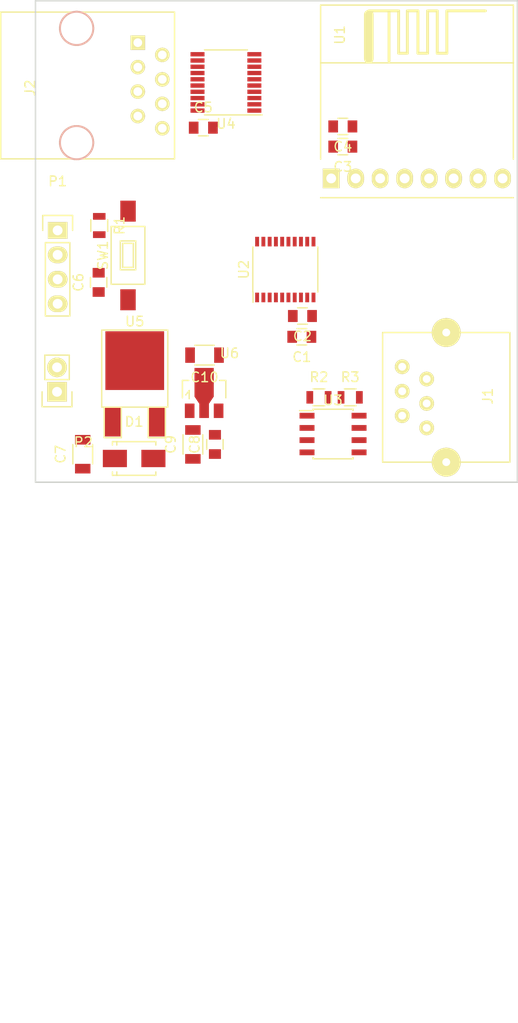
<source format=kicad_pcb>
(kicad_pcb (version 4) (host pcbnew 4.0.2-stable)

  (general
    (links 72)
    (no_connects 72)
    (area 99.924999 49.924999 150.075001 100.075001)
    (thickness 1.6)
    (drawings 4)
    (tracks 0)
    (zones 0)
    (modules 25)
    (nets 29)
  )

  (page A4)
  (layers
    (0 F.Cu signal)
    (31 B.Cu signal)
    (32 B.Adhes user)
    (33 F.Adhes user)
    (34 B.Paste user)
    (35 F.Paste user)
    (36 B.SilkS user)
    (37 F.SilkS user)
    (38 B.Mask user)
    (39 F.Mask user)
    (40 Dwgs.User user)
    (41 Cmts.User user)
    (42 Eco1.User user)
    (43 Eco2.User user)
    (44 Edge.Cuts user)
    (45 Margin user)
    (46 B.CrtYd user)
    (47 F.CrtYd user)
    (48 B.Fab user)
    (49 F.Fab user)
  )

  (setup
    (last_trace_width 0.25)
    (trace_clearance 0.2)
    (zone_clearance 0.508)
    (zone_45_only no)
    (trace_min 0.2)
    (segment_width 0.2)
    (edge_width 0.15)
    (via_size 0.6)
    (via_drill 0.4)
    (via_min_size 0.4)
    (via_min_drill 0.3)
    (uvia_size 0.3)
    (uvia_drill 0.1)
    (uvias_allowed no)
    (uvia_min_size 0.2)
    (uvia_min_drill 0.1)
    (pcb_text_width 0.3)
    (pcb_text_size 1.5 1.5)
    (mod_edge_width 0.15)
    (mod_text_size 1 1)
    (mod_text_width 0.15)
    (pad_size 1.524 1.524)
    (pad_drill 0.762)
    (pad_to_mask_clearance 0)
    (aux_axis_origin 0 0)
    (visible_elements FFFEFF7F)
    (pcbplotparams
      (layerselection 0x00030_80000001)
      (usegerberextensions false)
      (excludeedgelayer true)
      (linewidth 0.100000)
      (plotframeref false)
      (viasonmask false)
      (mode 1)
      (useauxorigin false)
      (hpglpennumber 1)
      (hpglpenspeed 20)
      (hpglpendiameter 15)
      (hpglpenoverlay 2)
      (psnegative false)
      (psa4output false)
      (plotreference true)
      (plotvalue true)
      (plotinvisibletext false)
      (padsonsilk false)
      (subtractmaskfromsilk false)
      (outputformat 1)
      (mirror false)
      (drillshape 1)
      (scaleselection 1)
      (outputdirectory ""))
  )

  (net 0 "")
  (net 1 +3V3)
  (net 2 GND)
  (net 3 "Net-(C2-Pad1)")
  (net 4 +5V)
  (net 5 /NRST)
  (net 6 /VIN)
  (net 7 /485_B)
  (net 8 /485_A)
  (net 9 /PWM1)
  (net 10 /PWM2)
  (net 11 /PWM3)
  (net 12 /PWM4)
  (net 13 /PWM5)
  (net 14 /SWIM)
  (net 15 "Net-(R2-Pad1)")
  (net 16 /RxD)
  (net 17 /PKT)
  (net 18 /CSN)
  (net 19 /SCK)
  (net 20 /MOSI)
  (net 21 /MISO)
  (net 22 /PWM2_1)
  (net 23 /TxD)
  (net 24 /PWM2_3)
  (net 25 /PWM1_3)
  (net 26 /PWM1_4)
  (net 27 /DE)
  (net 28 /PWM2_2)

  (net_class Default "This is the default net class."
    (clearance 0.2)
    (trace_width 0.25)
    (via_dia 0.6)
    (via_drill 0.4)
    (uvia_dia 0.3)
    (uvia_drill 0.1)
    (add_net +3V3)
    (add_net +5V)
    (add_net /485_A)
    (add_net /485_B)
    (add_net /CSN)
    (add_net /DE)
    (add_net /MISO)
    (add_net /MOSI)
    (add_net /NRST)
    (add_net /PKT)
    (add_net /PWM1)
    (add_net /PWM1_3)
    (add_net /PWM1_4)
    (add_net /PWM2)
    (add_net /PWM2_1)
    (add_net /PWM2_2)
    (add_net /PWM2_3)
    (add_net /PWM3)
    (add_net /PWM4)
    (add_net /PWM5)
    (add_net /RxD)
    (add_net /SCK)
    (add_net /SWIM)
    (add_net /TxD)
    (add_net /VIN)
    (add_net GND)
    (add_net "Net-(C2-Pad1)")
    (add_net "Net-(R2-Pad1)")
  )

  (module LT8900_2.54mmPitch_20x20 locked (layer F.Cu) (tedit 56E5437D) (tstamp 56E66076)
    (at 130.683 68.453 90)
    (descr "Through hole pin header")
    (tags "pin header")
    (path /56E5710B)
    (fp_text reference U1 (at 14.9 0.9 270) (layer F.SilkS)
      (effects (font (size 1 1) (thickness 0.15)))
    )
    (fp_text value LT8900 (at -3.3 8.8 180) (layer F.Fab)
      (effects (font (size 1 1) (thickness 0.15)))
    )
    (fp_line (start 17.4 12) (end 17.4 16) (layer F.SilkS) (width 0.3))
    (fp_line (start 13 11) (end 13 12) (layer F.SilkS) (width 0.3))
    (fp_line (start 17.4 10) (end 17.4 11) (layer F.SilkS) (width 0.3))
    (fp_line (start 13 9) (end 13 10) (layer F.SilkS) (width 0.3))
    (fp_line (start 13 7) (end 13 7.9) (layer F.SilkS) (width 0.3))
    (fp_line (start 17.4 7.9) (end 17.4 9) (layer F.SilkS) (width 0.3))
    (fp_line (start 17.4 3.9) (end 17.4 7) (layer F.SilkS) (width 0.3))
    (fp_line (start 12.2 6) (end 17.3 6) (layer F.SilkS) (width 0.3))
    (fp_line (start 12.446 3.9) (end 17 3.9) (layer F.SilkS) (width 1))
    (fp_line (start -2 -1.1) (end -2 18.9) (layer F.SilkS) (width 0.15))
    (fp_line (start 12 18.9) (end 2 18.9) (layer F.SilkS) (width 0.15))
    (fp_line (start 12 -1.1) (end 2 -1.1) (layer F.SilkS) (width 0.15))
    (fp_line (start 18 18.9) (end 18 -1.1) (layer F.SilkS) (width 0.15))
    (fp_line (start 12 18.9) (end 18 18.9) (layer F.SilkS) (width 0.15))
    (fp_line (start 12 -1.1) (end 12 18.9) (layer F.SilkS) (width 0.15))
    (fp_line (start 18 -1.1) (end 12 -1.1) (layer F.SilkS) (width 0.15))
    (fp_line (start -2 -1.1) (end -2 18.9) (layer F.CrtYd) (width 0.05))
    (fp_line (start 18 -1.1) (end 18 18.9) (layer F.CrtYd) (width 0.05))
    (fp_line (start -2 -1.1) (end 18 -1.1) (layer F.CrtYd) (width 0.05))
    (fp_line (start -2 18.9) (end 18 18.9) (layer F.CrtYd) (width 0.05))
    (fp_line (start 13 7) (end 17.4 7) (layer F.SilkS) (width 0.3))
    (fp_line (start 13 7.9) (end 17.4 7.9) (layer F.SilkS) (width 0.3))
    (fp_line (start 13 9) (end 17.4 9) (layer F.SilkS) (width 0.3))
    (fp_line (start 13 10) (end 17.4 10) (layer F.SilkS) (width 0.3))
    (fp_line (start 13 11) (end 17.4 11) (layer F.SilkS) (width 0.3))
    (fp_line (start 13 12) (end 17.4 12) (layer F.SilkS) (width 0.3))
    (pad 1 thru_hole rect (at 0 0 90) (size 2.032 1.7272) (drill 1.016) (layers *.Cu *.Mask F.SilkS)
      (net 2 GND))
    (pad 2 thru_hole oval (at 0 2.54 90) (size 2.032 1.7272) (drill 1.016) (layers *.Cu *.Mask F.SilkS)
      (net 1 +3V3))
    (pad 3 thru_hole oval (at 0 5.08 90) (size 2.032 1.7272) (drill 1.016) (layers *.Cu *.Mask F.SilkS)
      (net 17 /PKT))
    (pad 4 thru_hole oval (at 0 7.62 90) (size 2.032 1.7272) (drill 1.016) (layers *.Cu *.Mask F.SilkS)
      (net 18 /CSN))
    (pad 5 thru_hole oval (at 0 10.16 90) (size 2.032 1.7272) (drill 1.016) (layers *.Cu *.Mask F.SilkS)
      (net 19 /SCK))
    (pad 6 thru_hole oval (at 0 12.7 90) (size 2.032 1.7272) (drill 1.016) (layers *.Cu *.Mask F.SilkS)
      (net 20 /MOSI))
    (pad 7 thru_hole oval (at 0 15.24 90) (size 2.032 1.7272) (drill 1.016) (layers *.Cu *.Mask F.SilkS)
      (net 21 /MISO))
    (pad 8 thru_hole oval (at 0 17.78 90) (size 2.032 1.7272) (drill 1.016) (layers *.Cu *.Mask F.SilkS))
  )

  (module Capacitors_SMD:C_0805 placed (layer F.Cu) (tedit 5415D6EA) (tstamp 56E65F4E)
    (at 127.635 84.8995 180)
    (descr "Capacitor SMD 0805, reflow soldering, AVX (see smccp.pdf)")
    (tags "capacitor 0805")
    (path /56E5806A)
    (attr smd)
    (fp_text reference C1 (at 0 -2.1 180) (layer F.SilkS)
      (effects (font (size 1 1) (thickness 0.15)))
    )
    (fp_text value 100n (at 0 2.1 180) (layer F.Fab)
      (effects (font (size 1 1) (thickness 0.15)))
    )
    (fp_line (start -1.8 -1) (end 1.8 -1) (layer F.CrtYd) (width 0.05))
    (fp_line (start -1.8 1) (end 1.8 1) (layer F.CrtYd) (width 0.05))
    (fp_line (start -1.8 -1) (end -1.8 1) (layer F.CrtYd) (width 0.05))
    (fp_line (start 1.8 -1) (end 1.8 1) (layer F.CrtYd) (width 0.05))
    (fp_line (start 0.5 -0.85) (end -0.5 -0.85) (layer F.SilkS) (width 0.15))
    (fp_line (start -0.5 0.85) (end 0.5 0.85) (layer F.SilkS) (width 0.15))
    (pad 1 smd rect (at -1 0 180) (size 1 1.25) (layers F.Cu F.Paste F.Mask)
      (net 1 +3V3))
    (pad 2 smd rect (at 1 0 180) (size 1 1.25) (layers F.Cu F.Paste F.Mask)
      (net 2 GND))
    (model Capacitors_SMD.3dshapes/C_0805.wrl
      (at (xyz 0 0 0))
      (scale (xyz 1 1 1))
      (rotate (xyz 0 0 0))
    )
  )

  (module Capacitors_SMD:C_0805 placed (layer F.Cu) (tedit 5415D6EA) (tstamp 56E65F5A)
    (at 127.6985 82.7405 180)
    (descr "Capacitor SMD 0805, reflow soldering, AVX (see smccp.pdf)")
    (tags "capacitor 0805")
    (path /56E580A9)
    (attr smd)
    (fp_text reference C2 (at 0 -2.1 180) (layer F.SilkS)
      (effects (font (size 1 1) (thickness 0.15)))
    )
    (fp_text value 1u (at 0 2.1 180) (layer F.Fab)
      (effects (font (size 1 1) (thickness 0.15)))
    )
    (fp_line (start -1.8 -1) (end 1.8 -1) (layer F.CrtYd) (width 0.05))
    (fp_line (start -1.8 1) (end 1.8 1) (layer F.CrtYd) (width 0.05))
    (fp_line (start -1.8 -1) (end -1.8 1) (layer F.CrtYd) (width 0.05))
    (fp_line (start 1.8 -1) (end 1.8 1) (layer F.CrtYd) (width 0.05))
    (fp_line (start 0.5 -0.85) (end -0.5 -0.85) (layer F.SilkS) (width 0.15))
    (fp_line (start -0.5 0.85) (end 0.5 0.85) (layer F.SilkS) (width 0.15))
    (pad 1 smd rect (at -1 0 180) (size 1 1.25) (layers F.Cu F.Paste F.Mask)
      (net 3 "Net-(C2-Pad1)"))
    (pad 2 smd rect (at 1 0 180) (size 1 1.25) (layers F.Cu F.Paste F.Mask)
      (net 2 GND))
    (model Capacitors_SMD.3dshapes/C_0805.wrl
      (at (xyz 0 0 0))
      (scale (xyz 1 1 1))
      (rotate (xyz 0 0 0))
    )
  )

  (module Capacitors_SMD:C_0805 placed (layer F.Cu) (tedit 5415D6EA) (tstamp 56E65F66)
    (at 131.8895 65.151 180)
    (descr "Capacitor SMD 0805, reflow soldering, AVX (see smccp.pdf)")
    (tags "capacitor 0805")
    (path /56E6C012)
    (attr smd)
    (fp_text reference C3 (at 0 -2.1 180) (layer F.SilkS)
      (effects (font (size 1 1) (thickness 0.15)))
    )
    (fp_text value 100n (at 0 2.1 180) (layer F.Fab)
      (effects (font (size 1 1) (thickness 0.15)))
    )
    (fp_line (start -1.8 -1) (end 1.8 -1) (layer F.CrtYd) (width 0.05))
    (fp_line (start -1.8 1) (end 1.8 1) (layer F.CrtYd) (width 0.05))
    (fp_line (start -1.8 -1) (end -1.8 1) (layer F.CrtYd) (width 0.05))
    (fp_line (start 1.8 -1) (end 1.8 1) (layer F.CrtYd) (width 0.05))
    (fp_line (start 0.5 -0.85) (end -0.5 -0.85) (layer F.SilkS) (width 0.15))
    (fp_line (start -0.5 0.85) (end 0.5 0.85) (layer F.SilkS) (width 0.15))
    (pad 1 smd rect (at -1 0 180) (size 1 1.25) (layers F.Cu F.Paste F.Mask)
      (net 1 +3V3))
    (pad 2 smd rect (at 1 0 180) (size 1 1.25) (layers F.Cu F.Paste F.Mask)
      (net 2 GND))
    (model Capacitors_SMD.3dshapes/C_0805.wrl
      (at (xyz 0 0 0))
      (scale (xyz 1 1 1))
      (rotate (xyz 0 0 0))
    )
  )

  (module Capacitors_SMD:C_0805 placed (layer F.Cu) (tedit 5415D6EA) (tstamp 56E65F72)
    (at 131.8895 63.0555 180)
    (descr "Capacitor SMD 0805, reflow soldering, AVX (see smccp.pdf)")
    (tags "capacitor 0805")
    (path /56E6C0DF)
    (attr smd)
    (fp_text reference C4 (at 0 -2.1 180) (layer F.SilkS)
      (effects (font (size 1 1) (thickness 0.15)))
    )
    (fp_text value 1uF (at 0 2.1 180) (layer F.Fab)
      (effects (font (size 1 1) (thickness 0.15)))
    )
    (fp_line (start -1.8 -1) (end 1.8 -1) (layer F.CrtYd) (width 0.05))
    (fp_line (start -1.8 1) (end 1.8 1) (layer F.CrtYd) (width 0.05))
    (fp_line (start -1.8 -1) (end -1.8 1) (layer F.CrtYd) (width 0.05))
    (fp_line (start 1.8 -1) (end 1.8 1) (layer F.CrtYd) (width 0.05))
    (fp_line (start 0.5 -0.85) (end -0.5 -0.85) (layer F.SilkS) (width 0.15))
    (fp_line (start -0.5 0.85) (end 0.5 0.85) (layer F.SilkS) (width 0.15))
    (pad 1 smd rect (at -1 0 180) (size 1 1.25) (layers F.Cu F.Paste F.Mask)
      (net 1 +3V3))
    (pad 2 smd rect (at 1 0 180) (size 1 1.25) (layers F.Cu F.Paste F.Mask)
      (net 2 GND))
    (model Capacitors_SMD.3dshapes/C_0805.wrl
      (at (xyz 0 0 0))
      (scale (xyz 1 1 1))
      (rotate (xyz 0 0 0))
    )
  )

  (module Capacitors_SMD:C_0805 placed (layer F.Cu) (tedit 5415D6EA) (tstamp 56E65F7E)
    (at 117.4115 63.1825)
    (descr "Capacitor SMD 0805, reflow soldering, AVX (see smccp.pdf)")
    (tags "capacitor 0805")
    (path /56E6C14A)
    (attr smd)
    (fp_text reference C5 (at 0 -2.1) (layer F.SilkS)
      (effects (font (size 1 1) (thickness 0.15)))
    )
    (fp_text value 100n (at 0 2.1) (layer F.Fab)
      (effects (font (size 1 1) (thickness 0.15)))
    )
    (fp_line (start -1.8 -1) (end 1.8 -1) (layer F.CrtYd) (width 0.05))
    (fp_line (start -1.8 1) (end 1.8 1) (layer F.CrtYd) (width 0.05))
    (fp_line (start -1.8 -1) (end -1.8 1) (layer F.CrtYd) (width 0.05))
    (fp_line (start 1.8 -1) (end 1.8 1) (layer F.CrtYd) (width 0.05))
    (fp_line (start 0.5 -0.85) (end -0.5 -0.85) (layer F.SilkS) (width 0.15))
    (fp_line (start -0.5 0.85) (end 0.5 0.85) (layer F.SilkS) (width 0.15))
    (pad 1 smd rect (at -1 0) (size 1 1.25) (layers F.Cu F.Paste F.Mask)
      (net 4 +5V))
    (pad 2 smd rect (at 1 0) (size 1 1.25) (layers F.Cu F.Paste F.Mask)
      (net 2 GND))
    (model Capacitors_SMD.3dshapes/C_0805.wrl
      (at (xyz 0 0 0))
      (scale (xyz 1 1 1))
      (rotate (xyz 0 0 0))
    )
  )

  (module Capacitors_SMD:C_0805 placed (layer F.Cu) (tedit 5415D6EA) (tstamp 56E65F8A)
    (at 106.553 79.248 90)
    (descr "Capacitor SMD 0805, reflow soldering, AVX (see smccp.pdf)")
    (tags "capacitor 0805")
    (path /56E57B76)
    (attr smd)
    (fp_text reference C6 (at 0 -2.1 90) (layer F.SilkS)
      (effects (font (size 1 1) (thickness 0.15)))
    )
    (fp_text value 100n (at 0 2.1 90) (layer F.Fab)
      (effects (font (size 1 1) (thickness 0.15)))
    )
    (fp_line (start -1.8 -1) (end 1.8 -1) (layer F.CrtYd) (width 0.05))
    (fp_line (start -1.8 1) (end 1.8 1) (layer F.CrtYd) (width 0.05))
    (fp_line (start -1.8 -1) (end -1.8 1) (layer F.CrtYd) (width 0.05))
    (fp_line (start 1.8 -1) (end 1.8 1) (layer F.CrtYd) (width 0.05))
    (fp_line (start 0.5 -0.85) (end -0.5 -0.85) (layer F.SilkS) (width 0.15))
    (fp_line (start -0.5 0.85) (end 0.5 0.85) (layer F.SilkS) (width 0.15))
    (pad 1 smd rect (at -1 0 90) (size 1 1.25) (layers F.Cu F.Paste F.Mask)
      (net 5 /NRST))
    (pad 2 smd rect (at 1 0 90) (size 1 1.25) (layers F.Cu F.Paste F.Mask)
      (net 2 GND))
    (model Capacitors_SMD.3dshapes/C_0805.wrl
      (at (xyz 0 0 0))
      (scale (xyz 1 1 1))
      (rotate (xyz 0 0 0))
    )
  )

  (module Capacitors_SMD:C_1206 placed (layer F.Cu) (tedit 5415D7BD) (tstamp 56E65F96)
    (at 104.902 97.0915 90)
    (descr "Capacitor SMD 1206, reflow soldering, AVX (see smccp.pdf)")
    (tags "capacitor 1206")
    (path /56E58A37)
    (attr smd)
    (fp_text reference C7 (at 0 -2.3 90) (layer F.SilkS)
      (effects (font (size 1 1) (thickness 0.15)))
    )
    (fp_text value 10uF (at 0 2.3 90) (layer F.Fab)
      (effects (font (size 1 1) (thickness 0.15)))
    )
    (fp_line (start -2.3 -1.15) (end 2.3 -1.15) (layer F.CrtYd) (width 0.05))
    (fp_line (start -2.3 1.15) (end 2.3 1.15) (layer F.CrtYd) (width 0.05))
    (fp_line (start -2.3 -1.15) (end -2.3 1.15) (layer F.CrtYd) (width 0.05))
    (fp_line (start 2.3 -1.15) (end 2.3 1.15) (layer F.CrtYd) (width 0.05))
    (fp_line (start 1 -1.025) (end -1 -1.025) (layer F.SilkS) (width 0.15))
    (fp_line (start -1 1.025) (end 1 1.025) (layer F.SilkS) (width 0.15))
    (pad 1 smd rect (at -1.5 0 90) (size 1 1.6) (layers F.Cu F.Paste F.Mask)
      (net 6 /VIN))
    (pad 2 smd rect (at 1.5 0 90) (size 1 1.6) (layers F.Cu F.Paste F.Mask)
      (net 2 GND))
    (model Capacitors_SMD.3dshapes/C_1206.wrl
      (at (xyz 0 0 0))
      (scale (xyz 1 1 1))
      (rotate (xyz 0 0 0))
    )
  )

  (module Capacitors_SMD:C_0805 placed (layer F.Cu) (tedit 5415D6EA) (tstamp 56E65FA2)
    (at 118.618 96.0755 90)
    (descr "Capacitor SMD 0805, reflow soldering, AVX (see smccp.pdf)")
    (tags "capacitor 0805")
    (path /56E589BF)
    (attr smd)
    (fp_text reference C8 (at 0 -2.1 90) (layer F.SilkS)
      (effects (font (size 1 1) (thickness 0.15)))
    )
    (fp_text value 100nF (at 0 2.1 90) (layer F.Fab)
      (effects (font (size 1 1) (thickness 0.15)))
    )
    (fp_line (start -1.8 -1) (end 1.8 -1) (layer F.CrtYd) (width 0.05))
    (fp_line (start -1.8 1) (end 1.8 1) (layer F.CrtYd) (width 0.05))
    (fp_line (start -1.8 -1) (end -1.8 1) (layer F.CrtYd) (width 0.05))
    (fp_line (start 1.8 -1) (end 1.8 1) (layer F.CrtYd) (width 0.05))
    (fp_line (start 0.5 -0.85) (end -0.5 -0.85) (layer F.SilkS) (width 0.15))
    (fp_line (start -0.5 0.85) (end 0.5 0.85) (layer F.SilkS) (width 0.15))
    (pad 1 smd rect (at -1 0 90) (size 1 1.25) (layers F.Cu F.Paste F.Mask)
      (net 4 +5V))
    (pad 2 smd rect (at 1 0 90) (size 1 1.25) (layers F.Cu F.Paste F.Mask)
      (net 2 GND))
    (model Capacitors_SMD.3dshapes/C_0805.wrl
      (at (xyz 0 0 0))
      (scale (xyz 1 1 1))
      (rotate (xyz 0 0 0))
    )
  )

  (module Capacitors_SMD:C_1206 placed (layer F.Cu) (tedit 5415D7BD) (tstamp 56E65FAE)
    (at 116.332 96.0755 90)
    (descr "Capacitor SMD 1206, reflow soldering, AVX (see smccp.pdf)")
    (tags "capacitor 1206")
    (path /56E58AE0)
    (attr smd)
    (fp_text reference C9 (at 0 -2.3 90) (layer F.SilkS)
      (effects (font (size 1 1) (thickness 0.15)))
    )
    (fp_text value 1uF (at 0 2.3 90) (layer F.Fab)
      (effects (font (size 1 1) (thickness 0.15)))
    )
    (fp_line (start -2.3 -1.15) (end 2.3 -1.15) (layer F.CrtYd) (width 0.05))
    (fp_line (start -2.3 1.15) (end 2.3 1.15) (layer F.CrtYd) (width 0.05))
    (fp_line (start -2.3 -1.15) (end -2.3 1.15) (layer F.CrtYd) (width 0.05))
    (fp_line (start 2.3 -1.15) (end 2.3 1.15) (layer F.CrtYd) (width 0.05))
    (fp_line (start 1 -1.025) (end -1 -1.025) (layer F.SilkS) (width 0.15))
    (fp_line (start -1 1.025) (end 1 1.025) (layer F.SilkS) (width 0.15))
    (pad 1 smd rect (at -1.5 0 90) (size 1 1.6) (layers F.Cu F.Paste F.Mask)
      (net 4 +5V))
    (pad 2 smd rect (at 1.5 0 90) (size 1 1.6) (layers F.Cu F.Paste F.Mask)
      (net 2 GND))
    (model Capacitors_SMD.3dshapes/C_1206.wrl
      (at (xyz 0 0 0))
      (scale (xyz 1 1 1))
      (rotate (xyz 0 0 0))
    )
  )

  (module Capacitors_SMD:C_1206 placed (layer F.Cu) (tedit 5415D7BD) (tstamp 56E65FBA)
    (at 117.5385 86.8045 180)
    (descr "Capacitor SMD 1206, reflow soldering, AVX (see smccp.pdf)")
    (tags "capacitor 1206")
    (path /56E58B35)
    (attr smd)
    (fp_text reference C10 (at 0 -2.3 180) (layer F.SilkS)
      (effects (font (size 1 1) (thickness 0.15)))
    )
    (fp_text value 10uF (at 0 2.3 180) (layer F.Fab)
      (effects (font (size 1 1) (thickness 0.15)))
    )
    (fp_line (start -2.3 -1.15) (end 2.3 -1.15) (layer F.CrtYd) (width 0.05))
    (fp_line (start -2.3 1.15) (end 2.3 1.15) (layer F.CrtYd) (width 0.05))
    (fp_line (start -2.3 -1.15) (end -2.3 1.15) (layer F.CrtYd) (width 0.05))
    (fp_line (start 2.3 -1.15) (end 2.3 1.15) (layer F.CrtYd) (width 0.05))
    (fp_line (start 1 -1.025) (end -1 -1.025) (layer F.SilkS) (width 0.15))
    (fp_line (start -1 1.025) (end 1 1.025) (layer F.SilkS) (width 0.15))
    (pad 1 smd rect (at -1.5 0 180) (size 1 1.6) (layers F.Cu F.Paste F.Mask)
      (net 1 +3V3))
    (pad 2 smd rect (at 1.5 0 180) (size 1 1.6) (layers F.Cu F.Paste F.Mask)
      (net 2 GND))
    (model Capacitors_SMD.3dshapes/C_1206.wrl
      (at (xyz 0 0 0))
      (scale (xyz 1 1 1))
      (rotate (xyz 0 0 0))
    )
  )

  (module Diodes_SMD:SMA_Standard placed (layer F.Cu) (tedit 56E66303) (tstamp 56E65FCF)
    (at 110.236 97.536)
    (descr "Diode SMA")
    (tags "Diode SMA")
    (path /56E6DB46)
    (attr smd)
    (fp_text reference D1 (at 0 -3.81) (layer F.SilkS)
      (effects (font (size 1 1) (thickness 0.15)))
    )
    (fp_text value SS13 (at 0 4.3) (layer F.Fab)
      (effects (font (size 1 1) (thickness 0.15)))
    )
    (fp_line (start -3.5 -2) (end 3.5 -2) (layer F.CrtYd) (width 0.05))
    (fp_line (start 3.5 -2) (end 3.5 2) (layer F.CrtYd) (width 0.05))
    (fp_line (start 3.5 2) (end -3.5 2) (layer F.CrtYd) (width 0.05))
    (fp_line (start -3.5 2) (end -3.5 -2) (layer F.CrtYd) (width 0.05))
    (fp_text user K (at -2.9 2.95) (layer F.SilkS) hide
      (effects (font (size 1 1) (thickness 0.15)))
    )
    (fp_text user A (at 2.9 2.9) (layer F.SilkS) hide
      (effects (font (size 1 1) (thickness 0.15)))
    )
    (fp_circle (center 0 0) (end 0.20066 -0.0508) (layer F.Adhes) (width 0.381))
    (fp_line (start -1.79914 1.75006) (end -1.79914 1.39954) (layer F.SilkS) (width 0.15))
    (fp_line (start -1.79914 -1.75006) (end -1.79914 -1.39954) (layer F.SilkS) (width 0.15))
    (fp_line (start 2.25044 1.75006) (end 2.25044 1.39954) (layer F.SilkS) (width 0.15))
    (fp_line (start -2.25044 1.75006) (end -2.25044 1.39954) (layer F.SilkS) (width 0.15))
    (fp_line (start -2.25044 -1.75006) (end -2.25044 -1.39954) (layer F.SilkS) (width 0.15))
    (fp_line (start 2.25044 -1.75006) (end 2.25044 -1.39954) (layer F.SilkS) (width 0.15))
    (fp_line (start -2.25044 1.75006) (end 2.25044 1.75006) (layer F.SilkS) (width 0.15))
    (fp_line (start -2.25044 -1.75006) (end 2.25044 -1.75006) (layer F.SilkS) (width 0.15))
    (pad 1 smd rect (at -1.99898 0) (size 2.49936 1.80086) (layers F.Cu F.Paste F.Mask)
      (net 6 /VIN))
    (pad 2 smd rect (at 1.99898 0) (size 2.49936 1.80086) (layers F.Cu F.Paste F.Mask)
      (net 4 +5V))
    (model Diodes_SMD.3dshapes/SMA_Standard.wrl
      (at (xyz 0 0 0))
      (scale (xyz 0.3937 0.3937 0.3937))
      (rotate (xyz 0 0 180))
    )
  )

  (module Connect:RJ12_E locked (layer F.Cu) (tedit 0) (tstamp 56E65FE0)
    (at 146.939 91.059 90)
    (path /56E58C63)
    (fp_text reference J1 (at 0 0 90) (layer F.SilkS)
      (effects (font (size 1 1) (thickness 0.15)))
    )
    (fp_text value RJ12 (at 0 -2.54 90) (layer F.Fab)
      (effects (font (size 1 1) (thickness 0.15)))
    )
    (fp_line (start -6.858 -10.922) (end -6.858 2.286) (layer F.SilkS) (width 0.15))
    (fp_line (start 6.604 -10.922) (end 6.604 2.286) (layer F.SilkS) (width 0.15))
    (fp_line (start -6.858 2.286) (end 6.604 2.286) (layer F.SilkS) (width 0.15))
    (fp_line (start 5.842 -10.922) (end 6.604 -10.922) (layer F.SilkS) (width 0.15))
    (fp_line (start -6.858 -10.922) (end 5.842 -10.922) (layer F.SilkS) (width 0.15))
    (pad 4 thru_hole circle (at 0.508 -8.89 90) (size 1.524 1.524) (drill 0.8128) (layers *.Cu *.Mask F.SilkS)
      (net 7 /485_B))
    (pad 2 thru_hole circle (at -2.032 -8.89 90) (size 1.524 1.524) (drill 0.8128) (layers *.Cu *.Mask F.SilkS)
      (net 2 GND))
    (pad 6 thru_hole circle (at 3.048 -8.89 90) (size 1.524 1.524) (drill 0.8128) (layers *.Cu *.Mask F.SilkS))
    (pad 1 thru_hole circle (at -3.302 -6.35 90) (size 1.524 1.524) (drill 0.8128) (layers *.Cu *.Mask F.SilkS))
    (pad 3 thru_hole circle (at -0.762 -6.35 90) (size 1.524 1.524) (drill 0.8128) (layers *.Cu *.Mask F.SilkS)
      (net 8 /485_A))
    (pad 5 thru_hole circle (at 1.778 -6.35 90) (size 1.524 1.524) (drill 0.8128) (layers *.Cu *.Mask F.SilkS))
    (pad 8 thru_hole circle (at 6.604 -4.318 90) (size 2.99974 2.99974) (drill 0.8128) (layers *.Cu *.Mask F.SilkS))
    (pad 7 thru_hole circle (at -6.858 -4.318 90) (size 2.99974 2.99974) (drill 0.8128) (layers *.Cu *.Mask F.SilkS))
  )

  (module Connect:RJ45_8 locked (layer F.Cu) (tedit 0) (tstamp 56E65FF2)
    (at 104.267 58.801 270)
    (tags RJ45)
    (path /56E666C1)
    (fp_text reference J2 (at 0.254 4.826 270) (layer F.SilkS)
      (effects (font (size 1 1) (thickness 0.15)))
    )
    (fp_text value RJ45 (at 0.14224 -0.1016 270) (layer F.Fab)
      (effects (font (size 1 1) (thickness 0.15)))
    )
    (fp_line (start -7.62 7.874) (end 7.62 7.874) (layer F.SilkS) (width 0.15))
    (fp_line (start 7.62 7.874) (end 7.62 -10.16) (layer F.SilkS) (width 0.15))
    (fp_line (start 7.62 -10.16) (end -7.62 -10.16) (layer F.SilkS) (width 0.15))
    (fp_line (start -7.62 -10.16) (end -7.62 7.874) (layer F.SilkS) (width 0.15))
    (pad Hole np_thru_hole circle (at 5.93852 0 270) (size 3.64998 3.64998) (drill 3.2512) (layers *.Cu *.SilkS *.Mask))
    (pad Hole np_thru_hole circle (at -5.9309 0 270) (size 3.64998 3.64998) (drill 3.2512) (layers *.Cu *.SilkS *.Mask))
    (pad 1 thru_hole rect (at -4.445 -6.35 270) (size 1.50114 1.50114) (drill 0.89916) (layers *.Cu *.Mask F.SilkS))
    (pad 2 thru_hole circle (at -3.175 -8.89 270) (size 1.50114 1.50114) (drill 0.89916) (layers *.Cu *.Mask F.SilkS)
      (net 13 /PWM5))
    (pad 3 thru_hole circle (at -1.905 -6.35 270) (size 1.50114 1.50114) (drill 0.89916) (layers *.Cu *.Mask F.SilkS)
      (net 12 /PWM4))
    (pad 4 thru_hole circle (at -0.635 -8.89 270) (size 1.50114 1.50114) (drill 0.89916) (layers *.Cu *.Mask F.SilkS)
      (net 11 /PWM3))
    (pad 5 thru_hole circle (at 0.635 -6.35 270) (size 1.50114 1.50114) (drill 0.89916) (layers *.Cu *.Mask F.SilkS)
      (net 10 /PWM2))
    (pad 6 thru_hole circle (at 1.905 -8.89 270) (size 1.50114 1.50114) (drill 0.89916) (layers *.Cu *.Mask F.SilkS)
      (net 9 /PWM1))
    (pad 7 thru_hole circle (at 3.175 -6.35 270) (size 1.50114 1.50114) (drill 0.89916) (layers *.Cu *.Mask F.SilkS)
      (net 2 GND))
    (pad 8 thru_hole circle (at 4.445 -8.89 270) (size 1.50114 1.50114) (drill 0.89916) (layers *.Cu *.Mask F.SilkS))
    (model Connect.3dshapes/RJ45_8.wrl
      (at (xyz 0 0 0))
      (scale (xyz 0.4 0.4 0.4))
      (rotate (xyz 0 0 0))
    )
  )

  (module Pin_Headers:Pin_Header_Straight_1x04 placed (layer F.Cu) (tedit 0) (tstamp 56E66005)
    (at 102.2985 73.8505)
    (descr "Through hole pin header")
    (tags "pin header")
    (path /56E57939)
    (fp_text reference P1 (at 0 -5.1) (layer F.SilkS)
      (effects (font (size 1 1) (thickness 0.15)))
    )
    (fp_text value SWIM (at 0 -3.1) (layer F.Fab)
      (effects (font (size 1 1) (thickness 0.15)))
    )
    (fp_line (start -1.75 -1.75) (end -1.75 9.4) (layer F.CrtYd) (width 0.05))
    (fp_line (start 1.75 -1.75) (end 1.75 9.4) (layer F.CrtYd) (width 0.05))
    (fp_line (start -1.75 -1.75) (end 1.75 -1.75) (layer F.CrtYd) (width 0.05))
    (fp_line (start -1.75 9.4) (end 1.75 9.4) (layer F.CrtYd) (width 0.05))
    (fp_line (start -1.27 1.27) (end -1.27 8.89) (layer F.SilkS) (width 0.15))
    (fp_line (start 1.27 1.27) (end 1.27 8.89) (layer F.SilkS) (width 0.15))
    (fp_line (start 1.55 -1.55) (end 1.55 0) (layer F.SilkS) (width 0.15))
    (fp_line (start -1.27 8.89) (end 1.27 8.89) (layer F.SilkS) (width 0.15))
    (fp_line (start 1.27 1.27) (end -1.27 1.27) (layer F.SilkS) (width 0.15))
    (fp_line (start -1.55 0) (end -1.55 -1.55) (layer F.SilkS) (width 0.15))
    (fp_line (start -1.55 -1.55) (end 1.55 -1.55) (layer F.SilkS) (width 0.15))
    (pad 1 thru_hole rect (at 0 0) (size 2.032 1.7272) (drill 1.016) (layers *.Cu *.Mask F.SilkS)
      (net 1 +3V3))
    (pad 2 thru_hole oval (at 0 2.54) (size 2.032 1.7272) (drill 1.016) (layers *.Cu *.Mask F.SilkS)
      (net 14 /SWIM))
    (pad 3 thru_hole oval (at 0 5.08) (size 2.032 1.7272) (drill 1.016) (layers *.Cu *.Mask F.SilkS)
      (net 2 GND))
    (pad 4 thru_hole oval (at 0 7.62) (size 2.032 1.7272) (drill 1.016) (layers *.Cu *.Mask F.SilkS)
      (net 5 /NRST))
    (model Pin_Headers.3dshapes/Pin_Header_Straight_1x04.wrl
      (at (xyz 0 -0.15 0))
      (scale (xyz 1 1 1))
      (rotate (xyz 0 0 90))
    )
  )

  (module Pin_Headers:Pin_Header_Straight_1x02 (layer F.Cu) (tedit 54EA090C) (tstamp 56E66016)
    (at 102.235 90.6145 180)
    (descr "Through hole pin header")
    (tags "pin header")
    (path /56E5A7CA)
    (fp_text reference P2 (at -2.7305 -5.227 180) (layer F.SilkS)
      (effects (font (size 1 1) (thickness 0.15)))
    )
    (fp_text value CONN_01X02 (at 0 -3.1 180) (layer F.Fab)
      (effects (font (size 1 1) (thickness 0.15)))
    )
    (fp_line (start 1.27 1.27) (end 1.27 3.81) (layer F.SilkS) (width 0.15))
    (fp_line (start 1.55 -1.55) (end 1.55 0) (layer F.SilkS) (width 0.15))
    (fp_line (start -1.75 -1.75) (end -1.75 4.3) (layer F.CrtYd) (width 0.05))
    (fp_line (start 1.75 -1.75) (end 1.75 4.3) (layer F.CrtYd) (width 0.05))
    (fp_line (start -1.75 -1.75) (end 1.75 -1.75) (layer F.CrtYd) (width 0.05))
    (fp_line (start -1.75 4.3) (end 1.75 4.3) (layer F.CrtYd) (width 0.05))
    (fp_line (start 1.27 1.27) (end -1.27 1.27) (layer F.SilkS) (width 0.15))
    (fp_line (start -1.55 0) (end -1.55 -1.55) (layer F.SilkS) (width 0.15))
    (fp_line (start -1.55 -1.55) (end 1.55 -1.55) (layer F.SilkS) (width 0.15))
    (fp_line (start -1.27 1.27) (end -1.27 3.81) (layer F.SilkS) (width 0.15))
    (fp_line (start -1.27 3.81) (end 1.27 3.81) (layer F.SilkS) (width 0.15))
    (pad 1 thru_hole rect (at 0 0 180) (size 2.032 2.032) (drill 1.016) (layers *.Cu *.Mask F.SilkS)
      (net 6 /VIN))
    (pad 2 thru_hole oval (at 0 2.54 180) (size 2.032 2.032) (drill 1.016) (layers *.Cu *.Mask F.SilkS)
      (net 2 GND))
    (model Pin_Headers.3dshapes/Pin_Header_Straight_1x02.wrl
      (at (xyz 0 -0.05 0))
      (scale (xyz 1 1 1))
      (rotate (xyz 0 0 90))
    )
  )

  (module Resistors_SMD:R_0805 placed (layer F.Cu) (tedit 5415CDEB) (tstamp 56E66022)
    (at 106.6165 73.3425 270)
    (descr "Resistor SMD 0805, reflow soldering, Vishay (see dcrcw.pdf)")
    (tags "resistor 0805")
    (path /56E57B49)
    (attr smd)
    (fp_text reference R1 (at 0 -2.1 270) (layer F.SilkS)
      (effects (font (size 1 1) (thickness 0.15)))
    )
    (fp_text value 10k (at 0 2.1 270) (layer F.Fab)
      (effects (font (size 1 1) (thickness 0.15)))
    )
    (fp_line (start -1.6 -1) (end 1.6 -1) (layer F.CrtYd) (width 0.05))
    (fp_line (start -1.6 1) (end 1.6 1) (layer F.CrtYd) (width 0.05))
    (fp_line (start -1.6 -1) (end -1.6 1) (layer F.CrtYd) (width 0.05))
    (fp_line (start 1.6 -1) (end 1.6 1) (layer F.CrtYd) (width 0.05))
    (fp_line (start 0.6 0.875) (end -0.6 0.875) (layer F.SilkS) (width 0.15))
    (fp_line (start -0.6 -0.875) (end 0.6 -0.875) (layer F.SilkS) (width 0.15))
    (pad 1 smd rect (at -0.95 0 270) (size 0.7 1.3) (layers F.Cu F.Paste F.Mask)
      (net 1 +3V3))
    (pad 2 smd rect (at 0.95 0 270) (size 0.7 1.3) (layers F.Cu F.Paste F.Mask)
      (net 5 /NRST))
    (model Resistors_SMD.3dshapes/R_0805.wrl
      (at (xyz 0 0 0))
      (scale (xyz 1 1 1))
      (rotate (xyz 0 0 0))
    )
  )

  (module Resistors_SMD:R_0805 placed (layer F.Cu) (tedit 5415CDEB) (tstamp 56E6602E)
    (at 129.413 91.186)
    (descr "Resistor SMD 0805, reflow soldering, Vishay (see dcrcw.pdf)")
    (tags "resistor 0805")
    (path /56E58535)
    (attr smd)
    (fp_text reference R2 (at 0 -2.1) (layer F.SilkS)
      (effects (font (size 1 1) (thickness 0.15)))
    )
    (fp_text value 10k (at 0 2.1) (layer F.Fab)
      (effects (font (size 1 1) (thickness 0.15)))
    )
    (fp_line (start -1.6 -1) (end 1.6 -1) (layer F.CrtYd) (width 0.05))
    (fp_line (start -1.6 1) (end 1.6 1) (layer F.CrtYd) (width 0.05))
    (fp_line (start -1.6 -1) (end -1.6 1) (layer F.CrtYd) (width 0.05))
    (fp_line (start 1.6 -1) (end 1.6 1) (layer F.CrtYd) (width 0.05))
    (fp_line (start 0.6 0.875) (end -0.6 0.875) (layer F.SilkS) (width 0.15))
    (fp_line (start -0.6 -0.875) (end 0.6 -0.875) (layer F.SilkS) (width 0.15))
    (pad 1 smd rect (at -0.95 0) (size 0.7 1.3) (layers F.Cu F.Paste F.Mask)
      (net 15 "Net-(R2-Pad1)"))
    (pad 2 smd rect (at 0.95 0) (size 0.7 1.3) (layers F.Cu F.Paste F.Mask)
      (net 16 /RxD))
    (model Resistors_SMD.3dshapes/R_0805.wrl
      (at (xyz 0 0 0))
      (scale (xyz 1 1 1))
      (rotate (xyz 0 0 0))
    )
  )

  (module Resistors_SMD:R_0805 placed (layer F.Cu) (tedit 5415CDEB) (tstamp 56E6603A)
    (at 132.654 91.186)
    (descr "Resistor SMD 0805, reflow soldering, Vishay (see dcrcw.pdf)")
    (tags "resistor 0805")
    (path /56E585C2)
    (attr smd)
    (fp_text reference R3 (at 0 -2.1) (layer F.SilkS)
      (effects (font (size 1 1) (thickness 0.15)))
    )
    (fp_text value 20k (at 0 2.1) (layer F.Fab)
      (effects (font (size 1 1) (thickness 0.15)))
    )
    (fp_line (start -1.6 -1) (end 1.6 -1) (layer F.CrtYd) (width 0.05))
    (fp_line (start -1.6 1) (end 1.6 1) (layer F.CrtYd) (width 0.05))
    (fp_line (start -1.6 -1) (end -1.6 1) (layer F.CrtYd) (width 0.05))
    (fp_line (start 1.6 -1) (end 1.6 1) (layer F.CrtYd) (width 0.05))
    (fp_line (start 0.6 0.875) (end -0.6 0.875) (layer F.SilkS) (width 0.15))
    (fp_line (start -0.6 -0.875) (end 0.6 -0.875) (layer F.SilkS) (width 0.15))
    (pad 1 smd rect (at -0.95 0) (size 0.7 1.3) (layers F.Cu F.Paste F.Mask)
      (net 16 /RxD))
    (pad 2 smd rect (at 0.95 0) (size 0.7 1.3) (layers F.Cu F.Paste F.Mask)
      (net 2 GND))
    (model Resistors_SMD.3dshapes/R_0805.wrl
      (at (xyz 0 0 0))
      (scale (xyz 1 1 1))
      (rotate (xyz 0 0 0))
    )
  )

  (module Buttons_Switches_SMD:SW_SPST_FSMSM placed (layer F.Cu) (tedit 555C8B1B) (tstamp 56E66050)
    (at 109.601 76.454 90)
    (descr http://www.te.com/commerce/DocumentDelivery/DDEController?Action=srchrtrv&DocNm=1437566-3&DocType=Customer+Drawing&DocLang=English)
    (tags "SPST button tactile switch")
    (path /56E57BA9)
    (attr smd)
    (fp_text reference SW1 (at 0.01011 -2.60022 90) (layer F.SilkS)
      (effects (font (size 1 1) (thickness 0.15)))
    )
    (fp_text value reset (at -77.71389 -0.82572 90) (layer F.Fab)
      (effects (font (size 1 1) (thickness 0.15)))
    )
    (fp_line (start -1.23989 -0.55022) (end 1.26011 -0.55022) (layer F.SilkS) (width 0.15))
    (fp_line (start 1.26011 -0.55022) (end 1.26011 0.54978) (layer F.SilkS) (width 0.15))
    (fp_line (start 1.26011 0.54978) (end -1.23989 0.54978) (layer F.SilkS) (width 0.15))
    (fp_line (start -1.23989 0.54978) (end -1.23989 -0.55022) (layer F.SilkS) (width 0.15))
    (fp_line (start -1.48989 0.79978) (end 1.51011 0.79978) (layer F.SilkS) (width 0.15))
    (fp_line (start -1.48989 -0.80022) (end 1.51011 -0.80022) (layer F.SilkS) (width 0.15))
    (fp_line (start 1.51011 -0.80022) (end 1.51011 0.79978) (layer F.SilkS) (width 0.15))
    (fp_line (start -1.48989 -0.80022) (end -1.48989 0.79978) (layer F.SilkS) (width 0.15))
    (fp_line (start -5.85 1.95) (end 5.9 1.95) (layer F.CrtYd) (width 0.05))
    (fp_line (start 5.9 -2) (end 5.9 1.95) (layer F.CrtYd) (width 0.05))
    (fp_line (start -2.98989 1.74978) (end 3.01011 1.74978) (layer F.SilkS) (width 0.15))
    (fp_line (start -2.98989 -1.75022) (end 3.01011 -1.75022) (layer F.SilkS) (width 0.15))
    (fp_line (start -2.98989 -1.75022) (end -2.98989 1.74978) (layer F.SilkS) (width 0.15))
    (fp_line (start 3.01011 -1.75022) (end 3.01011 1.74978) (layer F.SilkS) (width 0.15))
    (fp_line (start -5.85 -2) (end -5.85 1.95) (layer F.CrtYd) (width 0.05))
    (fp_line (start -5.85 -2) (end 5.9 -2) (layer F.CrtYd) (width 0.05))
    (pad 1 smd rect (at -4.60243 -0.00232 90) (size 2.18 1.6) (layers F.Cu F.Paste F.Mask)
      (net 5 /NRST))
    (pad 2 smd rect (at 4.60243 0.00232 90) (size 2.18 1.6) (layers F.Cu F.Paste F.Mask)
      (net 2 GND))
  )

  (module Housings_SSOP:SSOP-20_4.4x6.5mm_Pitch0.65mm placed (layer F.Cu) (tedit 54130A77) (tstamp 56E66099)
    (at 125.9205 77.9145 90)
    (descr "SSOP20: plastic shrink small outline package; 20 leads; body width 4.4 mm; (see NXP SSOP-TSSOP-VSO-REFLOW.pdf and sot266-1_po.pdf)")
    (tags "SSOP 0.65")
    (path /56E56F57)
    (attr smd)
    (fp_text reference U2 (at 0 -4.3 90) (layer F.SilkS)
      (effects (font (size 1 1) (thickness 0.15)))
    )
    (fp_text value STM8S103F3 (at 0 4.3 90) (layer F.Fab)
      (effects (font (size 1 1) (thickness 0.15)))
    )
    (fp_line (start -3.65 -3.55) (end -3.65 3.55) (layer F.CrtYd) (width 0.05))
    (fp_line (start 3.65 -3.55) (end 3.65 3.55) (layer F.CrtYd) (width 0.05))
    (fp_line (start -3.65 -3.55) (end 3.65 -3.55) (layer F.CrtYd) (width 0.05))
    (fp_line (start -3.65 3.55) (end 3.65 3.55) (layer F.CrtYd) (width 0.05))
    (fp_line (start -2.325 -3.375) (end -2.325 -3.35) (layer F.SilkS) (width 0.15))
    (fp_line (start 2.325 -3.375) (end 2.325 -3.35) (layer F.SilkS) (width 0.15))
    (fp_line (start 2.325 3.375) (end 2.325 3.35) (layer F.SilkS) (width 0.15))
    (fp_line (start -2.325 3.375) (end -2.325 3.35) (layer F.SilkS) (width 0.15))
    (fp_line (start -2.325 -3.375) (end 2.325 -3.375) (layer F.SilkS) (width 0.15))
    (fp_line (start -2.325 3.375) (end 2.325 3.375) (layer F.SilkS) (width 0.15))
    (fp_line (start -2.325 -3.35) (end -3.4 -3.35) (layer F.SilkS) (width 0.15))
    (pad 1 smd rect (at -2.9 -2.925 90) (size 1 0.4) (layers F.Cu F.Paste F.Mask)
      (net 22 /PWM2_1))
    (pad 2 smd rect (at -2.9 -2.275 90) (size 1 0.4) (layers F.Cu F.Paste F.Mask)
      (net 23 /TxD))
    (pad 3 smd rect (at -2.9 -1.625 90) (size 1 0.4) (layers F.Cu F.Paste F.Mask)
      (net 16 /RxD))
    (pad 4 smd rect (at -2.9 -0.975 90) (size 1 0.4) (layers F.Cu F.Paste F.Mask)
      (net 5 /NRST))
    (pad 5 smd rect (at -2.9 -0.325 90) (size 1 0.4) (layers F.Cu F.Paste F.Mask)
      (net 17 /PKT))
    (pad 6 smd rect (at -2.9 0.325 90) (size 1 0.4) (layers F.Cu F.Paste F.Mask)
      (net 18 /CSN))
    (pad 7 smd rect (at -2.9 0.975 90) (size 1 0.4) (layers F.Cu F.Paste F.Mask)
      (net 2 GND))
    (pad 8 smd rect (at -2.9 1.625 90) (size 1 0.4) (layers F.Cu F.Paste F.Mask)
      (net 3 "Net-(C2-Pad1)"))
    (pad 9 smd rect (at -2.9 2.275 90) (size 1 0.4) (layers F.Cu F.Paste F.Mask)
      (net 1 +3V3))
    (pad 10 smd rect (at -2.9 2.925 90) (size 1 0.4) (layers F.Cu F.Paste F.Mask)
      (net 24 /PWM2_3))
    (pad 11 smd rect (at 2.9 2.925 90) (size 1 0.4) (layers F.Cu F.Paste F.Mask))
    (pad 12 smd rect (at 2.9 2.275 90) (size 1 0.4) (layers F.Cu F.Paste F.Mask))
    (pad 13 smd rect (at 2.9 1.625 90) (size 1 0.4) (layers F.Cu F.Paste F.Mask)
      (net 25 /PWM1_3))
    (pad 14 smd rect (at 2.9 0.975 90) (size 1 0.4) (layers F.Cu F.Paste F.Mask)
      (net 26 /PWM1_4))
    (pad 15 smd rect (at 2.9 0.325 90) (size 1 0.4) (layers F.Cu F.Paste F.Mask)
      (net 19 /SCK))
    (pad 16 smd rect (at 2.9 -0.325 90) (size 1 0.4) (layers F.Cu F.Paste F.Mask)
      (net 20 /MOSI))
    (pad 17 smd rect (at 2.9 -0.975 90) (size 1 0.4) (layers F.Cu F.Paste F.Mask)
      (net 21 /MISO))
    (pad 18 smd rect (at 2.9 -1.625 90) (size 1 0.4) (layers F.Cu F.Paste F.Mask)
      (net 14 /SWIM))
    (pad 19 smd rect (at 2.9 -2.275 90) (size 1 0.4) (layers F.Cu F.Paste F.Mask)
      (net 27 /DE))
    (pad 20 smd rect (at 2.9 -2.925 90) (size 1 0.4) (layers F.Cu F.Paste F.Mask)
      (net 28 /PWM2_2))
    (model Housings_SSOP.3dshapes/SSOP-20_4.4x6.5mm_Pitch0.65mm.wrl
      (at (xyz 0 0 0))
      (scale (xyz 1 1 1))
      (rotate (xyz 0 0 0))
    )
  )

  (module Housings_SOIC:SOIC-8_3.9x4.9mm_Pitch1.27mm placed (layer F.Cu) (tedit 54130A77) (tstamp 56E660B0)
    (at 130.8735 94.996)
    (descr "8-Lead Plastic Small Outline (SN) - Narrow, 3.90 mm Body [SOIC] (see Microchip Packaging Specification 00000049BS.pdf)")
    (tags "SOIC 1.27")
    (path /56E57015)
    (attr smd)
    (fp_text reference U3 (at 0 -3.5) (layer F.SilkS)
      (effects (font (size 1 1) (thickness 0.15)))
    )
    (fp_text value MAX487 (at 0 3.5) (layer F.Fab)
      (effects (font (size 1 1) (thickness 0.15)))
    )
    (fp_line (start -3.75 -2.75) (end -3.75 2.75) (layer F.CrtYd) (width 0.05))
    (fp_line (start 3.75 -2.75) (end 3.75 2.75) (layer F.CrtYd) (width 0.05))
    (fp_line (start -3.75 -2.75) (end 3.75 -2.75) (layer F.CrtYd) (width 0.05))
    (fp_line (start -3.75 2.75) (end 3.75 2.75) (layer F.CrtYd) (width 0.05))
    (fp_line (start -2.075 -2.575) (end -2.075 -2.43) (layer F.SilkS) (width 0.15))
    (fp_line (start 2.075 -2.575) (end 2.075 -2.43) (layer F.SilkS) (width 0.15))
    (fp_line (start 2.075 2.575) (end 2.075 2.43) (layer F.SilkS) (width 0.15))
    (fp_line (start -2.075 2.575) (end -2.075 2.43) (layer F.SilkS) (width 0.15))
    (fp_line (start -2.075 -2.575) (end 2.075 -2.575) (layer F.SilkS) (width 0.15))
    (fp_line (start -2.075 2.575) (end 2.075 2.575) (layer F.SilkS) (width 0.15))
    (fp_line (start -2.075 -2.43) (end -3.475 -2.43) (layer F.SilkS) (width 0.15))
    (pad 1 smd rect (at -2.7 -1.905) (size 1.55 0.6) (layers F.Cu F.Paste F.Mask)
      (net 15 "Net-(R2-Pad1)"))
    (pad 2 smd rect (at -2.7 -0.635) (size 1.55 0.6) (layers F.Cu F.Paste F.Mask)
      (net 27 /DE))
    (pad 3 smd rect (at -2.7 0.635) (size 1.55 0.6) (layers F.Cu F.Paste F.Mask)
      (net 27 /DE))
    (pad 4 smd rect (at -2.7 1.905) (size 1.55 0.6) (layers F.Cu F.Paste F.Mask)
      (net 23 /TxD))
    (pad 5 smd rect (at 2.7 1.905) (size 1.55 0.6) (layers F.Cu F.Paste F.Mask)
      (net 2 GND))
    (pad 6 smd rect (at 2.7 0.635) (size 1.55 0.6) (layers F.Cu F.Paste F.Mask)
      (net 8 /485_A))
    (pad 7 smd rect (at 2.7 -0.635) (size 1.55 0.6) (layers F.Cu F.Paste F.Mask)
      (net 7 /485_B))
    (pad 8 smd rect (at 2.7 -1.905) (size 1.55 0.6) (layers F.Cu F.Paste F.Mask)
      (net 4 +5V))
    (model Housings_SOIC.3dshapes/SOIC-8_3.9x4.9mm_Pitch1.27mm.wrl
      (at (xyz 0 0 0))
      (scale (xyz 1 1 1))
      (rotate (xyz 0 0 0))
    )
  )

  (module Housings_SSOP:TSSOP-20_4.4x6.5mm_Pitch0.65mm placed (layer F.Cu) (tedit 54130A77) (tstamp 56E660CE)
    (at 119.761 58.4835 180)
    (descr "20-Lead Plastic Thin Shrink Small Outline (ST)-4.4 mm Body [TSSOP] (see Microchip Packaging Specification 00000049BS.pdf)")
    (tags "SSOP 0.65")
    (path /56E67916)
    (attr smd)
    (fp_text reference U4 (at 0 -4.3 180) (layer F.SilkS)
      (effects (font (size 1 1) (thickness 0.15)))
    )
    (fp_text value 74HC245 (at 0 4.3 180) (layer F.Fab)
      (effects (font (size 1 1) (thickness 0.15)))
    )
    (fp_line (start -3.95 -3.55) (end -3.95 3.55) (layer F.CrtYd) (width 0.05))
    (fp_line (start 3.95 -3.55) (end 3.95 3.55) (layer F.CrtYd) (width 0.05))
    (fp_line (start -3.95 -3.55) (end 3.95 -3.55) (layer F.CrtYd) (width 0.05))
    (fp_line (start -3.95 3.55) (end 3.95 3.55) (layer F.CrtYd) (width 0.05))
    (fp_line (start -2.225 3.375) (end 2.225 3.375) (layer F.SilkS) (width 0.15))
    (fp_line (start -3.75 -3.375) (end 2.225 -3.375) (layer F.SilkS) (width 0.15))
    (pad 1 smd rect (at -2.95 -2.925 180) (size 1.45 0.45) (layers F.Cu F.Paste F.Mask)
      (net 4 +5V))
    (pad 2 smd rect (at -2.95 -2.275 180) (size 1.45 0.45) (layers F.Cu F.Paste F.Mask)
      (net 25 /PWM1_3))
    (pad 3 smd rect (at -2.95 -1.625 180) (size 1.45 0.45) (layers F.Cu F.Paste F.Mask)
      (net 26 /PWM1_4))
    (pad 4 smd rect (at -2.95 -0.975 180) (size 1.45 0.45) (layers F.Cu F.Paste F.Mask)
      (net 22 /PWM2_1))
    (pad 5 smd rect (at -2.95 -0.325 180) (size 1.45 0.45) (layers F.Cu F.Paste F.Mask)
      (net 28 /PWM2_2))
    (pad 6 smd rect (at -2.95 0.325 180) (size 1.45 0.45) (layers F.Cu F.Paste F.Mask)
      (net 24 /PWM2_3))
    (pad 7 smd rect (at -2.95 0.975 180) (size 1.45 0.45) (layers F.Cu F.Paste F.Mask))
    (pad 8 smd rect (at -2.95 1.625 180) (size 1.45 0.45) (layers F.Cu F.Paste F.Mask))
    (pad 9 smd rect (at -2.95 2.275 180) (size 1.45 0.45) (layers F.Cu F.Paste F.Mask))
    (pad 10 smd rect (at -2.95 2.925 180) (size 1.45 0.45) (layers F.Cu F.Paste F.Mask)
      (net 2 GND))
    (pad 11 smd rect (at 2.95 2.925 180) (size 1.45 0.45) (layers F.Cu F.Paste F.Mask))
    (pad 12 smd rect (at 2.95 2.275 180) (size 1.45 0.45) (layers F.Cu F.Paste F.Mask))
    (pad 13 smd rect (at 2.95 1.625 180) (size 1.45 0.45) (layers F.Cu F.Paste F.Mask))
    (pad 14 smd rect (at 2.95 0.975 180) (size 1.45 0.45) (layers F.Cu F.Paste F.Mask)
      (net 13 /PWM5))
    (pad 15 smd rect (at 2.95 0.325 180) (size 1.45 0.45) (layers F.Cu F.Paste F.Mask)
      (net 12 /PWM4))
    (pad 16 smd rect (at 2.95 -0.325 180) (size 1.45 0.45) (layers F.Cu F.Paste F.Mask)
      (net 11 /PWM3))
    (pad 17 smd rect (at 2.95 -0.975 180) (size 1.45 0.45) (layers F.Cu F.Paste F.Mask)
      (net 10 /PWM2))
    (pad 18 smd rect (at 2.95 -1.625 180) (size 1.45 0.45) (layers F.Cu F.Paste F.Mask)
      (net 9 /PWM1))
    (pad 19 smd rect (at 2.95 -2.275 180) (size 1.45 0.45) (layers F.Cu F.Paste F.Mask)
      (net 2 GND))
    (pad 20 smd rect (at 2.95 -2.925 180) (size 1.45 0.45) (layers F.Cu F.Paste F.Mask)
      (net 4 +5V))
    (model Housings_SSOP.3dshapes/TSSOP-20_4.4x6.5mm_Pitch0.65mm.wrl
      (at (xyz 0 0 0))
      (scale (xyz 1 1 1))
      (rotate (xyz 0 0 0))
    )
  )

  (module TO_SOT_Packages_SMD:TO-252-2Lead placed (layer F.Cu) (tedit 0) (tstamp 56E660E0)
    (at 110.2995 93.726)
    (descr "DPAK / TO-252 2-lead smd package")
    (tags "dpak TO-252")
    (path /56E59B27)
    (attr smd)
    (fp_text reference U5 (at 0 -10.414) (layer F.SilkS)
      (effects (font (size 1 1) (thickness 0.15)))
    )
    (fp_text value MC78M05CDT (at 0 -2.413) (layer F.Fab)
      (effects (font (size 1 1) (thickness 0.15)))
    )
    (fp_line (start 1.397 -1.524) (end 1.397 1.651) (layer F.SilkS) (width 0.15))
    (fp_line (start 1.397 1.651) (end 3.175 1.651) (layer F.SilkS) (width 0.15))
    (fp_line (start 3.175 1.651) (end 3.175 -1.524) (layer F.SilkS) (width 0.15))
    (fp_line (start -3.175 -1.524) (end -3.175 1.651) (layer F.SilkS) (width 0.15))
    (fp_line (start -3.175 1.651) (end -1.397 1.651) (layer F.SilkS) (width 0.15))
    (fp_line (start -1.397 1.651) (end -1.397 -1.524) (layer F.SilkS) (width 0.15))
    (fp_line (start 3.429 -7.62) (end 3.429 -1.524) (layer F.SilkS) (width 0.15))
    (fp_line (start 3.429 -1.524) (end -3.429 -1.524) (layer F.SilkS) (width 0.15))
    (fp_line (start -3.429 -1.524) (end -3.429 -9.398) (layer F.SilkS) (width 0.15))
    (fp_line (start -3.429 -9.525) (end 3.429 -9.525) (layer F.SilkS) (width 0.15))
    (fp_line (start 3.429 -9.398) (end 3.429 -7.62) (layer F.SilkS) (width 0.15))
    (pad 1 smd rect (at -2.286 0) (size 1.651 3.048) (layers F.Cu F.Paste F.Mask)
      (net 6 /VIN))
    (pad 2 smd rect (at 0 -6.35) (size 6.096 6.096) (layers F.Cu F.Paste F.Mask)
      (net 2 GND))
    (pad 3 smd rect (at 2.286 0) (size 1.651 3.048) (layers F.Cu F.Paste F.Mask)
      (net 4 +5V))
    (model TO_SOT_Packages_SMD.3dshapes/TO-252-2Lead.wrl
      (at (xyz 0 0 0))
      (scale (xyz 1 1 1))
      (rotate (xyz 0 0 0))
    )
  )

  (module TO_SOT_Packages_SMD:SOT89-3_Housing placed (layer F.Cu) (tedit 0) (tstamp 56E660F0)
    (at 117.49786 90.73134)
    (descr "SOT89-3, Housing,")
    (tags "SOT89-3, Housing,")
    (path /56E588B1)
    (attr smd)
    (fp_text reference U6 (at 2.63144 -4.12242) (layer F.SilkS)
      (effects (font (size 1 1) (thickness 0.15)))
    )
    (fp_text value HT7333-A (at -0.20066 4.59994) (layer F.Fab)
      (effects (font (size 1 1) (thickness 0.15)))
    )
    (fp_line (start -1.89992 0.20066) (end -1.651 -0.09906) (layer F.SilkS) (width 0.15))
    (fp_line (start -1.651 -0.09906) (end -1.5494 -0.24892) (layer F.SilkS) (width 0.15))
    (fp_line (start -1.5494 -0.24892) (end -1.5494 0.59944) (layer F.SilkS) (width 0.15))
    (fp_line (start -2.25044 -1.30048) (end -2.25044 0.50038) (layer F.SilkS) (width 0.15))
    (fp_line (start -2.25044 -1.30048) (end -1.6002 -1.30048) (layer F.SilkS) (width 0.15))
    (fp_line (start 2.25044 -1.30048) (end 2.25044 0.50038) (layer F.SilkS) (width 0.15))
    (fp_line (start 2.25044 -1.30048) (end 1.6002 -1.30048) (layer F.SilkS) (width 0.15))
    (pad 1 smd rect (at -1.50114 1.85166) (size 1.00076 1.50114) (layers F.Cu F.Paste F.Mask)
      (net 2 GND))
    (pad 2 smd rect (at 0 1.85166) (size 1.00076 1.50114) (layers F.Cu F.Paste F.Mask)
      (net 4 +5V))
    (pad 3 smd rect (at 1.50114 1.85166) (size 1.00076 1.50114) (layers F.Cu F.Paste F.Mask)
      (net 1 +3V3))
    (pad 2 smd rect (at 0 -1.09982) (size 1.99898 2.99974) (layers F.Cu F.Paste F.Mask)
      (net 4 +5V))
    (pad 2 smd trapezoid (at 0 0.7493 180) (size 1.50114 0.7493) (rect_delta 0 0.50038 ) (layers F.Cu F.Paste F.Mask)
      (net 4 +5V))
    (model TO_SOT_Packages_SMD.3dshapes/SOT89-3_Housing.wrl
      (at (xyz 0 0 0))
      (scale (xyz 0.3937 0.3937 0.3937))
      (rotate (xyz 0 0 0))
    )
  )

  (gr_line (start 100 50) (end 100 100) (angle 90) (layer Edge.Cuts) (width 0.15))
  (gr_line (start 150 50) (end 100 50) (angle 90) (layer Edge.Cuts) (width 0.15))
  (gr_line (start 150 100) (end 150 50) (angle 90) (layer Edge.Cuts) (width 0.15))
  (gr_line (start 100 100) (end 150 100) (angle 90) (layer Edge.Cuts) (width 0.15))

)

</source>
